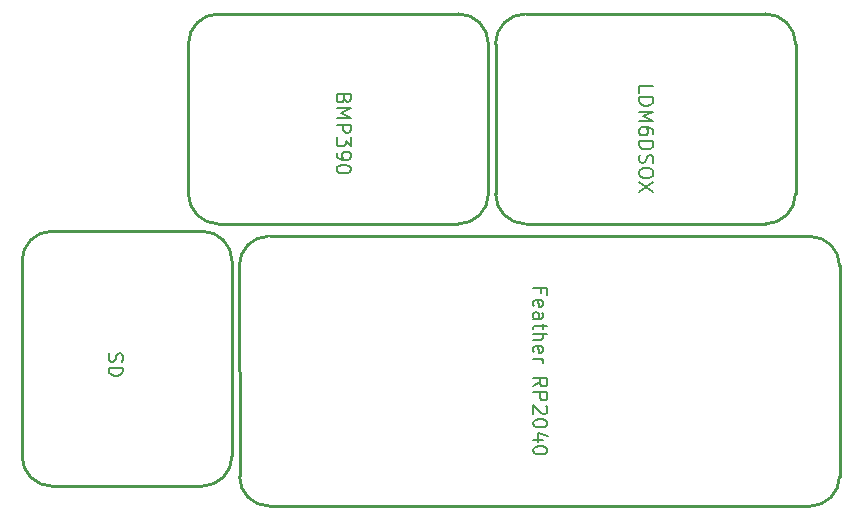
<source format=gbr>
%TF.GenerationSoftware,KiCad,Pcbnew,9.0.7*%
%TF.CreationDate,2026-02-03T16:32:22-08:00*%
%TF.ProjectId,BasicDatalogger,42617369-6344-4617-9461-6c6f67676572,rev?*%
%TF.SameCoordinates,Original*%
%TF.FileFunction,Legend,Top*%
%TF.FilePolarity,Positive*%
%FSLAX46Y46*%
G04 Gerber Fmt 4.6, Leading zero omitted, Abs format (unit mm)*
G04 Created by KiCad (PCBNEW 9.0.7) date 2026-02-03 16:32:22*
%MOMM*%
%LPD*%
G01*
G04 APERTURE LIST*
%ADD10C,0.200000*%
%ADD11C,0.250000*%
G04 APERTURE END LIST*
D10*
X83614400Y-58660149D02*
X83557257Y-58831578D01*
X83557257Y-58831578D02*
X83557257Y-59117292D01*
X83557257Y-59117292D02*
X83614400Y-59231578D01*
X83614400Y-59231578D02*
X83671542Y-59288720D01*
X83671542Y-59288720D02*
X83785828Y-59345863D01*
X83785828Y-59345863D02*
X83900114Y-59345863D01*
X83900114Y-59345863D02*
X84014400Y-59288720D01*
X84014400Y-59288720D02*
X84071542Y-59231578D01*
X84071542Y-59231578D02*
X84128685Y-59117292D01*
X84128685Y-59117292D02*
X84185828Y-58888720D01*
X84185828Y-58888720D02*
X84242971Y-58774435D01*
X84242971Y-58774435D02*
X84300114Y-58717292D01*
X84300114Y-58717292D02*
X84414400Y-58660149D01*
X84414400Y-58660149D02*
X84528685Y-58660149D01*
X84528685Y-58660149D02*
X84642971Y-58717292D01*
X84642971Y-58717292D02*
X84700114Y-58774435D01*
X84700114Y-58774435D02*
X84757257Y-58888720D01*
X84757257Y-58888720D02*
X84757257Y-59174435D01*
X84757257Y-59174435D02*
X84700114Y-59345863D01*
X83557257Y-59860149D02*
X84757257Y-59860149D01*
X84757257Y-59860149D02*
X84757257Y-60145863D01*
X84757257Y-60145863D02*
X84700114Y-60317292D01*
X84700114Y-60317292D02*
X84585828Y-60431577D01*
X84585828Y-60431577D02*
X84471542Y-60488720D01*
X84471542Y-60488720D02*
X84242971Y-60545863D01*
X84242971Y-60545863D02*
X84071542Y-60545863D01*
X84071542Y-60545863D02*
X83842971Y-60488720D01*
X83842971Y-60488720D02*
X83728685Y-60431577D01*
X83728685Y-60431577D02*
X83614400Y-60317292D01*
X83614400Y-60317292D02*
X83557257Y-60145863D01*
X83557257Y-60145863D02*
X83557257Y-59860149D01*
X103485828Y-37117292D02*
X103428685Y-37288720D01*
X103428685Y-37288720D02*
X103371542Y-37345863D01*
X103371542Y-37345863D02*
X103257257Y-37403006D01*
X103257257Y-37403006D02*
X103085828Y-37403006D01*
X103085828Y-37403006D02*
X102971542Y-37345863D01*
X102971542Y-37345863D02*
X102914400Y-37288720D01*
X102914400Y-37288720D02*
X102857257Y-37174435D01*
X102857257Y-37174435D02*
X102857257Y-36717292D01*
X102857257Y-36717292D02*
X104057257Y-36717292D01*
X104057257Y-36717292D02*
X104057257Y-37117292D01*
X104057257Y-37117292D02*
X104000114Y-37231578D01*
X104000114Y-37231578D02*
X103942971Y-37288720D01*
X103942971Y-37288720D02*
X103828685Y-37345863D01*
X103828685Y-37345863D02*
X103714400Y-37345863D01*
X103714400Y-37345863D02*
X103600114Y-37288720D01*
X103600114Y-37288720D02*
X103542971Y-37231578D01*
X103542971Y-37231578D02*
X103485828Y-37117292D01*
X103485828Y-37117292D02*
X103485828Y-36717292D01*
X102857257Y-37917292D02*
X104057257Y-37917292D01*
X104057257Y-37917292D02*
X103200114Y-38317292D01*
X103200114Y-38317292D02*
X104057257Y-38717292D01*
X104057257Y-38717292D02*
X102857257Y-38717292D01*
X102857257Y-39288721D02*
X104057257Y-39288721D01*
X104057257Y-39288721D02*
X104057257Y-39745864D01*
X104057257Y-39745864D02*
X104000114Y-39860149D01*
X104000114Y-39860149D02*
X103942971Y-39917292D01*
X103942971Y-39917292D02*
X103828685Y-39974435D01*
X103828685Y-39974435D02*
X103657257Y-39974435D01*
X103657257Y-39974435D02*
X103542971Y-39917292D01*
X103542971Y-39917292D02*
X103485828Y-39860149D01*
X103485828Y-39860149D02*
X103428685Y-39745864D01*
X103428685Y-39745864D02*
X103428685Y-39288721D01*
X104057257Y-40374435D02*
X104057257Y-41117292D01*
X104057257Y-41117292D02*
X103600114Y-40717292D01*
X103600114Y-40717292D02*
X103600114Y-40888721D01*
X103600114Y-40888721D02*
X103542971Y-41003007D01*
X103542971Y-41003007D02*
X103485828Y-41060149D01*
X103485828Y-41060149D02*
X103371542Y-41117292D01*
X103371542Y-41117292D02*
X103085828Y-41117292D01*
X103085828Y-41117292D02*
X102971542Y-41060149D01*
X102971542Y-41060149D02*
X102914400Y-41003007D01*
X102914400Y-41003007D02*
X102857257Y-40888721D01*
X102857257Y-40888721D02*
X102857257Y-40545864D01*
X102857257Y-40545864D02*
X102914400Y-40431578D01*
X102914400Y-40431578D02*
X102971542Y-40374435D01*
X102857257Y-41688721D02*
X102857257Y-41917292D01*
X102857257Y-41917292D02*
X102914400Y-42031578D01*
X102914400Y-42031578D02*
X102971542Y-42088721D01*
X102971542Y-42088721D02*
X103142971Y-42203006D01*
X103142971Y-42203006D02*
X103371542Y-42260149D01*
X103371542Y-42260149D02*
X103828685Y-42260149D01*
X103828685Y-42260149D02*
X103942971Y-42203006D01*
X103942971Y-42203006D02*
X104000114Y-42145864D01*
X104000114Y-42145864D02*
X104057257Y-42031578D01*
X104057257Y-42031578D02*
X104057257Y-41803006D01*
X104057257Y-41803006D02*
X104000114Y-41688721D01*
X104000114Y-41688721D02*
X103942971Y-41631578D01*
X103942971Y-41631578D02*
X103828685Y-41574435D01*
X103828685Y-41574435D02*
X103542971Y-41574435D01*
X103542971Y-41574435D02*
X103428685Y-41631578D01*
X103428685Y-41631578D02*
X103371542Y-41688721D01*
X103371542Y-41688721D02*
X103314400Y-41803006D01*
X103314400Y-41803006D02*
X103314400Y-42031578D01*
X103314400Y-42031578D02*
X103371542Y-42145864D01*
X103371542Y-42145864D02*
X103428685Y-42203006D01*
X103428685Y-42203006D02*
X103542971Y-42260149D01*
X104057257Y-43003006D02*
X104057257Y-43117292D01*
X104057257Y-43117292D02*
X104000114Y-43231578D01*
X104000114Y-43231578D02*
X103942971Y-43288721D01*
X103942971Y-43288721D02*
X103828685Y-43345863D01*
X103828685Y-43345863D02*
X103600114Y-43403006D01*
X103600114Y-43403006D02*
X103314400Y-43403006D01*
X103314400Y-43403006D02*
X103085828Y-43345863D01*
X103085828Y-43345863D02*
X102971542Y-43288721D01*
X102971542Y-43288721D02*
X102914400Y-43231578D01*
X102914400Y-43231578D02*
X102857257Y-43117292D01*
X102857257Y-43117292D02*
X102857257Y-43003006D01*
X102857257Y-43003006D02*
X102914400Y-42888721D01*
X102914400Y-42888721D02*
X102971542Y-42831578D01*
X102971542Y-42831578D02*
X103085828Y-42774435D01*
X103085828Y-42774435D02*
X103314400Y-42717292D01*
X103314400Y-42717292D02*
X103600114Y-42717292D01*
X103600114Y-42717292D02*
X103828685Y-42774435D01*
X103828685Y-42774435D02*
X103942971Y-42831578D01*
X103942971Y-42831578D02*
X104000114Y-42888721D01*
X104000114Y-42888721D02*
X104057257Y-43003006D01*
X128457257Y-36588720D02*
X128457257Y-36017292D01*
X128457257Y-36017292D02*
X129657257Y-36017292D01*
X128457257Y-36988721D02*
X129657257Y-36988721D01*
X129657257Y-36988721D02*
X129657257Y-37274435D01*
X129657257Y-37274435D02*
X129600114Y-37445864D01*
X129600114Y-37445864D02*
X129485828Y-37560149D01*
X129485828Y-37560149D02*
X129371542Y-37617292D01*
X129371542Y-37617292D02*
X129142971Y-37674435D01*
X129142971Y-37674435D02*
X128971542Y-37674435D01*
X128971542Y-37674435D02*
X128742971Y-37617292D01*
X128742971Y-37617292D02*
X128628685Y-37560149D01*
X128628685Y-37560149D02*
X128514400Y-37445864D01*
X128514400Y-37445864D02*
X128457257Y-37274435D01*
X128457257Y-37274435D02*
X128457257Y-36988721D01*
X128457257Y-38188721D02*
X129657257Y-38188721D01*
X129657257Y-38188721D02*
X128800114Y-38588721D01*
X128800114Y-38588721D02*
X129657257Y-38988721D01*
X129657257Y-38988721D02*
X128457257Y-38988721D01*
X129657257Y-40074436D02*
X129657257Y-39845864D01*
X129657257Y-39845864D02*
X129600114Y-39731578D01*
X129600114Y-39731578D02*
X129542971Y-39674436D01*
X129542971Y-39674436D02*
X129371542Y-39560150D01*
X129371542Y-39560150D02*
X129142971Y-39503007D01*
X129142971Y-39503007D02*
X128685828Y-39503007D01*
X128685828Y-39503007D02*
X128571542Y-39560150D01*
X128571542Y-39560150D02*
X128514400Y-39617293D01*
X128514400Y-39617293D02*
X128457257Y-39731578D01*
X128457257Y-39731578D02*
X128457257Y-39960150D01*
X128457257Y-39960150D02*
X128514400Y-40074436D01*
X128514400Y-40074436D02*
X128571542Y-40131578D01*
X128571542Y-40131578D02*
X128685828Y-40188721D01*
X128685828Y-40188721D02*
X128971542Y-40188721D01*
X128971542Y-40188721D02*
X129085828Y-40131578D01*
X129085828Y-40131578D02*
X129142971Y-40074436D01*
X129142971Y-40074436D02*
X129200114Y-39960150D01*
X129200114Y-39960150D02*
X129200114Y-39731578D01*
X129200114Y-39731578D02*
X129142971Y-39617293D01*
X129142971Y-39617293D02*
X129085828Y-39560150D01*
X129085828Y-39560150D02*
X128971542Y-39503007D01*
X128457257Y-40703007D02*
X129657257Y-40703007D01*
X129657257Y-40703007D02*
X129657257Y-40988721D01*
X129657257Y-40988721D02*
X129600114Y-41160150D01*
X129600114Y-41160150D02*
X129485828Y-41274435D01*
X129485828Y-41274435D02*
X129371542Y-41331578D01*
X129371542Y-41331578D02*
X129142971Y-41388721D01*
X129142971Y-41388721D02*
X128971542Y-41388721D01*
X128971542Y-41388721D02*
X128742971Y-41331578D01*
X128742971Y-41331578D02*
X128628685Y-41274435D01*
X128628685Y-41274435D02*
X128514400Y-41160150D01*
X128514400Y-41160150D02*
X128457257Y-40988721D01*
X128457257Y-40988721D02*
X128457257Y-40703007D01*
X128514400Y-41845864D02*
X128457257Y-42017293D01*
X128457257Y-42017293D02*
X128457257Y-42303007D01*
X128457257Y-42303007D02*
X128514400Y-42417293D01*
X128514400Y-42417293D02*
X128571542Y-42474435D01*
X128571542Y-42474435D02*
X128685828Y-42531578D01*
X128685828Y-42531578D02*
X128800114Y-42531578D01*
X128800114Y-42531578D02*
X128914400Y-42474435D01*
X128914400Y-42474435D02*
X128971542Y-42417293D01*
X128971542Y-42417293D02*
X129028685Y-42303007D01*
X129028685Y-42303007D02*
X129085828Y-42074435D01*
X129085828Y-42074435D02*
X129142971Y-41960150D01*
X129142971Y-41960150D02*
X129200114Y-41903007D01*
X129200114Y-41903007D02*
X129314400Y-41845864D01*
X129314400Y-41845864D02*
X129428685Y-41845864D01*
X129428685Y-41845864D02*
X129542971Y-41903007D01*
X129542971Y-41903007D02*
X129600114Y-41960150D01*
X129600114Y-41960150D02*
X129657257Y-42074435D01*
X129657257Y-42074435D02*
X129657257Y-42360150D01*
X129657257Y-42360150D02*
X129600114Y-42531578D01*
X129657257Y-43274435D02*
X129657257Y-43503007D01*
X129657257Y-43503007D02*
X129600114Y-43617292D01*
X129600114Y-43617292D02*
X129485828Y-43731578D01*
X129485828Y-43731578D02*
X129257257Y-43788721D01*
X129257257Y-43788721D02*
X128857257Y-43788721D01*
X128857257Y-43788721D02*
X128628685Y-43731578D01*
X128628685Y-43731578D02*
X128514400Y-43617292D01*
X128514400Y-43617292D02*
X128457257Y-43503007D01*
X128457257Y-43503007D02*
X128457257Y-43274435D01*
X128457257Y-43274435D02*
X128514400Y-43160150D01*
X128514400Y-43160150D02*
X128628685Y-43045864D01*
X128628685Y-43045864D02*
X128857257Y-42988721D01*
X128857257Y-42988721D02*
X129257257Y-42988721D01*
X129257257Y-42988721D02*
X129485828Y-43045864D01*
X129485828Y-43045864D02*
X129600114Y-43160150D01*
X129600114Y-43160150D02*
X129657257Y-43274435D01*
X129657257Y-44188721D02*
X128457257Y-44988721D01*
X129657257Y-44988721D02*
X128457257Y-44188721D01*
X120113828Y-53560001D02*
X120113828Y-53160001D01*
X119485257Y-53160001D02*
X120685257Y-53160001D01*
X120685257Y-53160001D02*
X120685257Y-53731429D01*
X119542400Y-54645715D02*
X119485257Y-54531429D01*
X119485257Y-54531429D02*
X119485257Y-54302858D01*
X119485257Y-54302858D02*
X119542400Y-54188572D01*
X119542400Y-54188572D02*
X119656685Y-54131429D01*
X119656685Y-54131429D02*
X120113828Y-54131429D01*
X120113828Y-54131429D02*
X120228114Y-54188572D01*
X120228114Y-54188572D02*
X120285257Y-54302858D01*
X120285257Y-54302858D02*
X120285257Y-54531429D01*
X120285257Y-54531429D02*
X120228114Y-54645715D01*
X120228114Y-54645715D02*
X120113828Y-54702858D01*
X120113828Y-54702858D02*
X119999542Y-54702858D01*
X119999542Y-54702858D02*
X119885257Y-54131429D01*
X119485257Y-55731429D02*
X120113828Y-55731429D01*
X120113828Y-55731429D02*
X120228114Y-55674286D01*
X120228114Y-55674286D02*
X120285257Y-55560000D01*
X120285257Y-55560000D02*
X120285257Y-55331429D01*
X120285257Y-55331429D02*
X120228114Y-55217143D01*
X119542400Y-55731429D02*
X119485257Y-55617143D01*
X119485257Y-55617143D02*
X119485257Y-55331429D01*
X119485257Y-55331429D02*
X119542400Y-55217143D01*
X119542400Y-55217143D02*
X119656685Y-55160000D01*
X119656685Y-55160000D02*
X119770971Y-55160000D01*
X119770971Y-55160000D02*
X119885257Y-55217143D01*
X119885257Y-55217143D02*
X119942400Y-55331429D01*
X119942400Y-55331429D02*
X119942400Y-55617143D01*
X119942400Y-55617143D02*
X119999542Y-55731429D01*
X120285257Y-56131428D02*
X120285257Y-56588571D01*
X120685257Y-56302857D02*
X119656685Y-56302857D01*
X119656685Y-56302857D02*
X119542400Y-56360000D01*
X119542400Y-56360000D02*
X119485257Y-56474285D01*
X119485257Y-56474285D02*
X119485257Y-56588571D01*
X119485257Y-56988571D02*
X120685257Y-56988571D01*
X119485257Y-57502857D02*
X120113828Y-57502857D01*
X120113828Y-57502857D02*
X120228114Y-57445714D01*
X120228114Y-57445714D02*
X120285257Y-57331428D01*
X120285257Y-57331428D02*
X120285257Y-57159999D01*
X120285257Y-57159999D02*
X120228114Y-57045714D01*
X120228114Y-57045714D02*
X120170971Y-56988571D01*
X119542400Y-58531428D02*
X119485257Y-58417142D01*
X119485257Y-58417142D02*
X119485257Y-58188571D01*
X119485257Y-58188571D02*
X119542400Y-58074285D01*
X119542400Y-58074285D02*
X119656685Y-58017142D01*
X119656685Y-58017142D02*
X120113828Y-58017142D01*
X120113828Y-58017142D02*
X120228114Y-58074285D01*
X120228114Y-58074285D02*
X120285257Y-58188571D01*
X120285257Y-58188571D02*
X120285257Y-58417142D01*
X120285257Y-58417142D02*
X120228114Y-58531428D01*
X120228114Y-58531428D02*
X120113828Y-58588571D01*
X120113828Y-58588571D02*
X119999542Y-58588571D01*
X119999542Y-58588571D02*
X119885257Y-58017142D01*
X119485257Y-59102856D02*
X120285257Y-59102856D01*
X120056685Y-59102856D02*
X120170971Y-59159999D01*
X120170971Y-59159999D02*
X120228114Y-59217142D01*
X120228114Y-59217142D02*
X120285257Y-59331427D01*
X120285257Y-59331427D02*
X120285257Y-59445713D01*
X119485257Y-61445713D02*
X120056685Y-61045713D01*
X119485257Y-60759999D02*
X120685257Y-60759999D01*
X120685257Y-60759999D02*
X120685257Y-61217142D01*
X120685257Y-61217142D02*
X120628114Y-61331427D01*
X120628114Y-61331427D02*
X120570971Y-61388570D01*
X120570971Y-61388570D02*
X120456685Y-61445713D01*
X120456685Y-61445713D02*
X120285257Y-61445713D01*
X120285257Y-61445713D02*
X120170971Y-61388570D01*
X120170971Y-61388570D02*
X120113828Y-61331427D01*
X120113828Y-61331427D02*
X120056685Y-61217142D01*
X120056685Y-61217142D02*
X120056685Y-60759999D01*
X119485257Y-61959999D02*
X120685257Y-61959999D01*
X120685257Y-61959999D02*
X120685257Y-62417142D01*
X120685257Y-62417142D02*
X120628114Y-62531427D01*
X120628114Y-62531427D02*
X120570971Y-62588570D01*
X120570971Y-62588570D02*
X120456685Y-62645713D01*
X120456685Y-62645713D02*
X120285257Y-62645713D01*
X120285257Y-62645713D02*
X120170971Y-62588570D01*
X120170971Y-62588570D02*
X120113828Y-62531427D01*
X120113828Y-62531427D02*
X120056685Y-62417142D01*
X120056685Y-62417142D02*
X120056685Y-61959999D01*
X120570971Y-63102856D02*
X120628114Y-63159999D01*
X120628114Y-63159999D02*
X120685257Y-63274285D01*
X120685257Y-63274285D02*
X120685257Y-63559999D01*
X120685257Y-63559999D02*
X120628114Y-63674285D01*
X120628114Y-63674285D02*
X120570971Y-63731427D01*
X120570971Y-63731427D02*
X120456685Y-63788570D01*
X120456685Y-63788570D02*
X120342400Y-63788570D01*
X120342400Y-63788570D02*
X120170971Y-63731427D01*
X120170971Y-63731427D02*
X119485257Y-63045713D01*
X119485257Y-63045713D02*
X119485257Y-63788570D01*
X120685257Y-64531427D02*
X120685257Y-64645713D01*
X120685257Y-64645713D02*
X120628114Y-64759999D01*
X120628114Y-64759999D02*
X120570971Y-64817142D01*
X120570971Y-64817142D02*
X120456685Y-64874284D01*
X120456685Y-64874284D02*
X120228114Y-64931427D01*
X120228114Y-64931427D02*
X119942400Y-64931427D01*
X119942400Y-64931427D02*
X119713828Y-64874284D01*
X119713828Y-64874284D02*
X119599542Y-64817142D01*
X119599542Y-64817142D02*
X119542400Y-64759999D01*
X119542400Y-64759999D02*
X119485257Y-64645713D01*
X119485257Y-64645713D02*
X119485257Y-64531427D01*
X119485257Y-64531427D02*
X119542400Y-64417142D01*
X119542400Y-64417142D02*
X119599542Y-64359999D01*
X119599542Y-64359999D02*
X119713828Y-64302856D01*
X119713828Y-64302856D02*
X119942400Y-64245713D01*
X119942400Y-64245713D02*
X120228114Y-64245713D01*
X120228114Y-64245713D02*
X120456685Y-64302856D01*
X120456685Y-64302856D02*
X120570971Y-64359999D01*
X120570971Y-64359999D02*
X120628114Y-64417142D01*
X120628114Y-64417142D02*
X120685257Y-64531427D01*
X120285257Y-65959999D02*
X119485257Y-65959999D01*
X120742400Y-65674284D02*
X119885257Y-65388570D01*
X119885257Y-65388570D02*
X119885257Y-66131427D01*
X120685257Y-66817141D02*
X120685257Y-66931427D01*
X120685257Y-66931427D02*
X120628114Y-67045713D01*
X120628114Y-67045713D02*
X120570971Y-67102856D01*
X120570971Y-67102856D02*
X120456685Y-67159998D01*
X120456685Y-67159998D02*
X120228114Y-67217141D01*
X120228114Y-67217141D02*
X119942400Y-67217141D01*
X119942400Y-67217141D02*
X119713828Y-67159998D01*
X119713828Y-67159998D02*
X119599542Y-67102856D01*
X119599542Y-67102856D02*
X119542400Y-67045713D01*
X119542400Y-67045713D02*
X119485257Y-66931427D01*
X119485257Y-66931427D02*
X119485257Y-66817141D01*
X119485257Y-66817141D02*
X119542400Y-66702856D01*
X119542400Y-66702856D02*
X119599542Y-66645713D01*
X119599542Y-66645713D02*
X119713828Y-66588570D01*
X119713828Y-66588570D02*
X119942400Y-66531427D01*
X119942400Y-66531427D02*
X120228114Y-66531427D01*
X120228114Y-66531427D02*
X120456685Y-66588570D01*
X120456685Y-66588570D02*
X120570971Y-66645713D01*
X120570971Y-66645713D02*
X120628114Y-66702856D01*
X120628114Y-66702856D02*
X120685257Y-66817141D01*
D11*
%TO.C,U1*%
X94607578Y-51230000D02*
G75*
G02*
X97107578Y-48729978I2500022J0D01*
G01*
X97126037Y-71579214D02*
G75*
G02*
X94626036Y-69079214I3J2500004D01*
G01*
X142930000Y-48744493D02*
G75*
G02*
X145430000Y-51244493I0J-2500000D01*
G01*
X145419194Y-69090000D02*
G75*
G02*
X142919194Y-71590000I-2500000J0D01*
G01*
X94626037Y-69079214D02*
X94607578Y-51230000D01*
X97169474Y-48730762D02*
X142930000Y-48744493D01*
X142863880Y-71589427D02*
X97126040Y-71579214D01*
X145430000Y-51160000D02*
X145430000Y-69090000D01*
%TO.C,U4*%
X93990000Y-50845000D02*
X93990000Y-67355000D01*
X91450000Y-69895000D02*
X78750000Y-69895000D01*
X78750000Y-48305000D02*
X91450000Y-48305000D01*
X76210000Y-67355000D02*
X76210000Y-50845000D01*
X93990000Y-67355000D02*
G75*
G02*
X91450000Y-69895000I-2540001J1D01*
G01*
X91450000Y-48305000D02*
G75*
G02*
X93990000Y-50845000I0J-2540000D01*
G01*
X78750000Y-69895000D02*
G75*
G02*
X76210000Y-67355000I1J2540001D01*
G01*
X76210000Y-50845000D02*
G75*
G02*
X78750000Y-48305000I2540000J0D01*
G01*
%TO.C,U3*%
X116300000Y-32450000D02*
X116300000Y-45150000D01*
X118840000Y-47690000D02*
X139160000Y-47690000D01*
X139160000Y-29910000D02*
X118840000Y-29910000D01*
X141700000Y-45150000D02*
X141700000Y-32450000D01*
X116300000Y-32450000D02*
G75*
G02*
X118840000Y-29910000I2540000J0D01*
G01*
X118840000Y-47690000D02*
G75*
G02*
X116300000Y-45150000I0J2540000D01*
G01*
X139160000Y-29910000D02*
G75*
G02*
X141700000Y-32450000I-1J-2540001D01*
G01*
X141700000Y-45150000D02*
G75*
G02*
X139160000Y-47690000I-2540001J1D01*
G01*
%TO.C,U2*%
X115700000Y-45150000D02*
G75*
G02*
X113160000Y-47690000I-2540001J1D01*
G01*
X113160000Y-29910000D02*
G75*
G02*
X115700000Y-32450000I-1J-2540001D01*
G01*
X92840000Y-47690000D02*
G75*
G02*
X90300000Y-45150000I0J2540000D01*
G01*
X90300000Y-32450000D02*
G75*
G02*
X92840000Y-29910000I2540000J0D01*
G01*
X115700000Y-45150000D02*
X115700000Y-32450000D01*
X113160000Y-29910000D02*
X92840000Y-29910000D01*
X92840000Y-47690000D02*
X113160000Y-47690000D01*
X90300000Y-32450000D02*
X90300000Y-45150000D01*
%TD*%
M02*

</source>
